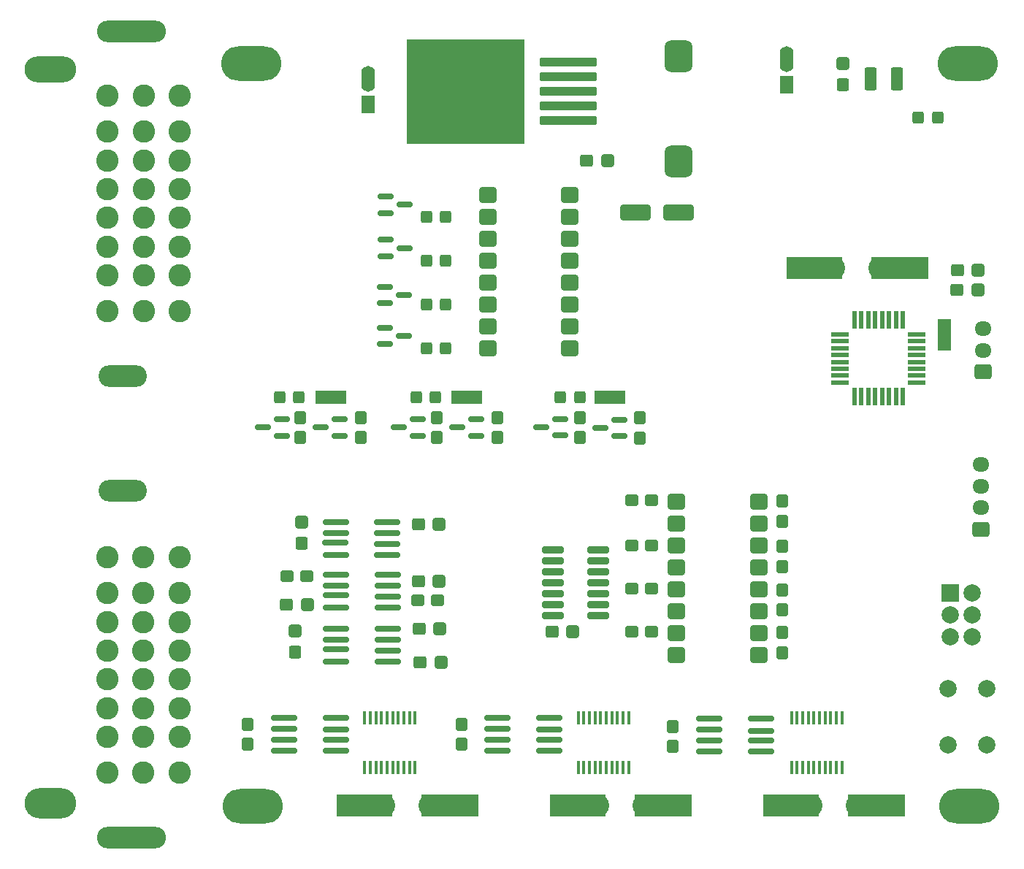
<source format=gbr>
%TF.GenerationSoftware,KiCad,Pcbnew,9.0.2*%
%TF.CreationDate,2025-09-23T15:25:02+08:00*%
%TF.ProjectId,VCU V3.2,56435520-5633-42e3-922e-6b696361645f,rev?*%
%TF.SameCoordinates,Original*%
%TF.FileFunction,Soldermask,Top*%
%TF.FilePolarity,Negative*%
%FSLAX46Y46*%
G04 Gerber Fmt 4.6, Leading zero omitted, Abs format (unit mm)*
G04 Created by KiCad (PCBNEW 9.0.2) date 2025-09-23 15:25:02*
%MOMM*%
%LPD*%
G01*
G04 APERTURE LIST*
G04 Aperture macros list*
%AMRoundRect*
0 Rectangle with rounded corners*
0 $1 Rounding radius*
0 $2 $3 $4 $5 $6 $7 $8 $9 X,Y pos of 4 corners*
0 Add a 4 corners polygon primitive as box body*
4,1,4,$2,$3,$4,$5,$6,$7,$8,$9,$2,$3,0*
0 Add four circle primitives for the rounded corners*
1,1,$1+$1,$2,$3*
1,1,$1+$1,$4,$5*
1,1,$1+$1,$6,$7*
1,1,$1+$1,$8,$9*
0 Add four rect primitives between the rounded corners*
20,1,$1+$1,$2,$3,$4,$5,0*
20,1,$1+$1,$4,$5,$6,$7,0*
20,1,$1+$1,$6,$7,$8,$9,0*
20,1,$1+$1,$8,$9,$2,$3,0*%
G04 Aperture macros list end*
%ADD10C,0.100000*%
%ADD11C,2.400000*%
%ADD12R,6.551563X2.500000*%
%ADD13R,6.645000X2.500000*%
%ADD14C,2.000000*%
%ADD15R,1.000000X1.500000*%
%ADD16RoundRect,0.150000X1.350000X0.150000X-1.350000X0.150000X-1.350000X-0.150000X1.350000X-0.150000X0*%
%ADD17RoundRect,0.150000X1.337500X0.150000X-1.337500X0.150000X-1.337500X-0.150000X1.337500X-0.150000X0*%
%ADD18O,7.000000X4.000000*%
%ADD19RoundRect,0.305575X0.412525X-0.460025X0.412525X0.460025X-0.412525X0.460025X-0.412525X-0.460025X0*%
%ADD20RoundRect,0.308511X0.416489X-0.457089X0.416489X0.457089X-0.416489X0.457089X-0.416489X-0.457089X0*%
%ADD21RoundRect,0.278125X-0.389375X0.474375X-0.389375X-0.474375X0.389375X-0.474375X0.389375X0.474375X0*%
%ADD22RoundRect,0.150000X-0.750000X-0.150000X0.750000X-0.150000X0.750000X0.150000X-0.750000X0.150000X0*%
%ADD23RoundRect,0.250000X0.725000X-0.600000X0.725000X0.600000X-0.725000X0.600000X-0.725000X-0.600000X0*%
%ADD24O,1.950000X1.700000*%
%ADD25R,1.600000X2.000000*%
%ADD26O,1.600000X3.000000*%
%ADD27RoundRect,0.305575X-0.460025X-0.412525X0.460025X-0.412525X0.460025X0.412525X-0.460025X0.412525X0*%
%ADD28RoundRect,0.308511X-0.457089X-0.416489X0.457089X-0.416489X0.457089X0.416489X-0.457089X0.416489X0*%
%ADD29RoundRect,0.278125X-0.474375X-0.389375X0.474375X-0.389375X0.474375X0.389375X-0.474375X0.389375X0*%
%ADD30RoundRect,0.100000X0.100000X-0.687500X0.100000X0.687500X-0.100000X0.687500X-0.100000X-0.687500X0*%
%ADD31RoundRect,0.100000X0.099999X-0.687500X0.099999X0.687500X-0.099999X0.687500X-0.099999X-0.687500X0*%
%ADD32RoundRect,0.293478X-0.381522X-0.406522X0.381522X-0.406522X0.381522X0.406522X-0.381522X0.406522X0*%
%ADD33RoundRect,0.293478X0.381522X0.406522X-0.381522X0.406522X-0.381522X-0.406522X0.381522X-0.406522X0*%
%ADD34RoundRect,0.150000X-1.350000X-0.150000X1.350000X-0.150000X1.350000X0.150000X-1.350000X0.150000X0*%
%ADD35RoundRect,0.150000X-1.337500X-0.150000X1.337500X-0.150000X1.337500X0.150000X-1.337500X0.150000X0*%
%ADD36RoundRect,0.250000X1.500000X0.650000X-1.500000X0.650000X-1.500000X-0.650000X1.500000X-0.650000X0*%
%ADD37RoundRect,0.150000X0.750000X0.150000X-0.750000X0.150000X-0.750000X-0.150000X0.750000X-0.150000X0*%
%ADD38RoundRect,0.250000X3.075000X0.300000X-3.075000X0.300000X-3.075000X-0.300000X3.075000X-0.300000X0*%
%ADD39RoundRect,0.271279X4.828721X5.128721X-4.828721X5.128721X-4.828721X-5.128721X4.828721X-5.128721X0*%
%ADD40RoundRect,0.278125X0.474375X0.389375X-0.474375X0.389375X-0.474375X-0.389375X0.474375X-0.389375X0*%
%ADD41RoundRect,0.120600X1.111400X0.281400X-1.111400X0.281400X-1.111400X-0.281400X1.111400X-0.281400X0*%
%ADD42RoundRect,0.122100X1.109900X0.284900X-1.109900X0.284900X-1.109900X-0.284900X1.109900X-0.284900X0*%
%ADD43RoundRect,0.800000X0.800000X-1.075000X0.800000X1.075000X-0.800000X1.075000X-0.800000X-1.075000X0*%
%ADD44R,2.000000X2.000000*%
%ADD45RoundRect,0.249999X0.750001X0.640001X-0.750001X0.640001X-0.750001X-0.640001X0.750001X-0.640001X0*%
%ADD46RoundRect,0.250001X0.462499X1.074999X-0.462499X1.074999X-0.462499X-1.074999X0.462499X-1.074999X0*%
%ADD47R,0.550000X2.000000*%
%ADD48R,2.000000X0.550000*%
%ADD49R,2.000000X0.525000*%
%ADD50R,2.000000X0.575000*%
%ADD51R,0.525000X2.000000*%
%ADD52R,1.500000X1.000000*%
%ADD53O,5.600000X2.500000*%
%ADD54O,6.000000X3.500000*%
%ADD55O,8.000000X2.500000*%
%ADD56C,2.600000*%
%ADD57O,6.000000X3.000000*%
%ADD58RoundRect,0.249999X-0.750001X-0.640001X0.750001X-0.640001X0.750001X0.640001X-0.750001X0.640001X0*%
G04 APERTURE END LIST*
D10*
X135500000Y-43000000D02*
X149000000Y-43000000D01*
X149000000Y-55000000D01*
X135500000Y-55000000D01*
X135500000Y-43000000D01*
G36*
X135500000Y-43000000D02*
G01*
X149000000Y-43000000D01*
X149000000Y-55000000D01*
X135500000Y-55000000D01*
X135500000Y-43000000D01*
G37*
X137000000Y-43000000D02*
X149000000Y-43000000D01*
X149000000Y-55000000D01*
X137000000Y-55000000D01*
X137000000Y-43000000D01*
G36*
X137000000Y-43000000D02*
G01*
X149000000Y-43000000D01*
X149000000Y-55000000D01*
X137000000Y-55000000D01*
X137000000Y-43000000D01*
G37*
%TO.C,JP3*%
G36*
X127447500Y-85200000D02*
G01*
X125847500Y-85200000D01*
X125847500Y-83700000D01*
X127447500Y-83700000D01*
X127447500Y-85200000D01*
G37*
%TO.C,JP1*%
G36*
X159800000Y-85200000D02*
G01*
X158200000Y-85200000D01*
X158200000Y-83700000D01*
X159800000Y-83700000D01*
X159800000Y-85200000D01*
G37*
%TO.C,JP2*%
G36*
X143207500Y-85200000D02*
G01*
X141607500Y-85200000D01*
X141607500Y-83700000D01*
X143207500Y-83700000D01*
X143207500Y-85200000D01*
G37*
%TO.C,JP5*%
G36*
X197050000Y-78000000D02*
G01*
X198550000Y-78000000D01*
X198550000Y-76400000D01*
X197050000Y-76400000D01*
X197050000Y-78000000D01*
G37*
%TD*%
D11*
%TO.C,Y1*%
X185110000Y-69450000D03*
D12*
X182670782Y-69458238D03*
D13*
X192582500Y-69450000D03*
D11*
X190190000Y-69450000D03*
%TD*%
D14*
%TO.C,SW1*%
X202710000Y-118210000D03*
X202710000Y-124710000D03*
X198210000Y-118210000D03*
X198210000Y-124710000D03*
%TD*%
D15*
%TO.C,JP3*%
X127947500Y-84450000D03*
X126647500Y-84450000D03*
X125347500Y-84450000D03*
%TD*%
D16*
%TO.C,U15*%
X176500000Y-125535000D03*
X176500000Y-124265000D03*
D17*
X176512500Y-123130000D03*
D16*
X176500000Y-121725000D03*
X170500000Y-121725000D03*
X170500000Y-122995000D03*
X170500000Y-124265000D03*
X170500000Y-125535000D03*
%TD*%
D18*
%TO.C,H2*%
X200494000Y-45750000D03*
%TD*%
D19*
%TO.C,C15*%
X185993100Y-48215600D03*
D20*
X186000000Y-45784400D03*
%TD*%
D21*
%TO.C,R61*%
X145940000Y-86797500D03*
X145940000Y-89102500D03*
%TD*%
%TO.C,R45*%
X179000000Y-111750000D03*
X179000000Y-114055000D03*
%TD*%
D22*
%TO.C,Q1*%
X132997500Y-61188141D03*
X132997500Y-63088141D03*
X135197500Y-62138141D03*
%TD*%
D19*
%TO.C,C20*%
X123243100Y-101390600D03*
D20*
X123250000Y-98959400D03*
%TD*%
D21*
%TO.C,R67*%
X123130000Y-86797500D03*
X123130000Y-89102500D03*
%TD*%
D23*
%TO.C,J4*%
X202225000Y-81500000D03*
D24*
X202225000Y-79000000D03*
X202225000Y-76500000D03*
%TD*%
D21*
%TO.C,R46*%
X179000000Y-106768294D03*
X179000000Y-109073294D03*
%TD*%
D25*
%TO.C,C14*%
X179500000Y-48250000D03*
D26*
X179500000Y-45250000D03*
%TD*%
D21*
%TO.C,R63*%
X138940000Y-86797500D03*
X138940000Y-89102500D03*
%TD*%
D27*
%TO.C,C2*%
X199284400Y-69743100D03*
D28*
X201715600Y-69750000D03*
%TD*%
D22*
%TO.C,Q7*%
X132897500Y-76388141D03*
X132897500Y-78288141D03*
X135097500Y-77338141D03*
%TD*%
D29*
%TO.C,R43*%
X161548666Y-101607500D03*
X163853666Y-101607500D03*
%TD*%
D30*
%TO.C,U14*%
X180050000Y-127412500D03*
X180700000Y-127412500D03*
X181350000Y-127412500D03*
D31*
X182000001Y-127412500D03*
D30*
X182650000Y-127412500D03*
X183300000Y-127412500D03*
X183950000Y-127412500D03*
X184600000Y-127412500D03*
X185250000Y-127412500D03*
X185900000Y-127412500D03*
X185900000Y-121587500D03*
X185250000Y-121587500D03*
X184600000Y-121587500D03*
X183950000Y-121587500D03*
X183300000Y-121587500D03*
X182650000Y-121587500D03*
X182000000Y-121587500D03*
D31*
X181350001Y-121587500D03*
X180700001Y-121587500D03*
X180050001Y-121587500D03*
%TD*%
D11*
%TO.C,Y4*%
X182460000Y-131750000D03*
D12*
X180020782Y-131758238D03*
D13*
X189932500Y-131750000D03*
D11*
X187540000Y-131750000D03*
%TD*%
D29*
%TO.C,R41*%
X161548666Y-111607500D03*
X163853666Y-111607500D03*
%TD*%
D23*
%TO.C,J5*%
X201975000Y-99750000D03*
D24*
X201975000Y-97250000D03*
X201975000Y-94750000D03*
X201975000Y-92250000D03*
%TD*%
D27*
%TO.C,C3*%
X199250000Y-72000000D03*
D28*
X201681200Y-72006900D03*
%TD*%
D32*
%TO.C,D5*%
X137729258Y-78778141D03*
X139979258Y-78778141D03*
%TD*%
D18*
%TO.C,H3*%
X117639500Y-131856000D03*
%TD*%
D22*
%TO.C,Q5*%
X132897500Y-71638141D03*
X132897500Y-73538141D03*
X135097500Y-72588141D03*
%TD*%
D33*
%TO.C,D9*%
X197000000Y-52000000D03*
X194750000Y-52000000D03*
%TD*%
D21*
%TO.C,R65*%
X130130000Y-86797500D03*
X130130000Y-89102500D03*
%TD*%
D11*
%TO.C,Y2*%
X157710000Y-131750000D03*
D12*
X155270782Y-131758238D03*
D13*
X165182500Y-131750000D03*
D11*
X162790000Y-131750000D03*
%TD*%
D34*
%TO.C,U6*%
X127212405Y-98885000D03*
X127212405Y-100155000D03*
D35*
X127199905Y-101290000D03*
D34*
X127212405Y-102695000D03*
X133212405Y-102695000D03*
X133212405Y-101425000D03*
X133212405Y-100155000D03*
X133212405Y-98885000D03*
%TD*%
D16*
%TO.C,U5*%
X152000000Y-125405000D03*
X152000000Y-124135000D03*
D17*
X152012500Y-123000000D03*
D16*
X152000000Y-121595000D03*
X146000000Y-121595000D03*
X146000000Y-122865000D03*
X146000000Y-124135000D03*
X146000000Y-125405000D03*
%TD*%
D32*
%TO.C,D6*%
X153250000Y-84450000D03*
X155500000Y-84450000D03*
%TD*%
D36*
%TO.C,D1*%
X167000000Y-63000000D03*
X162000000Y-63000000D03*
%TD*%
D37*
%TO.C,Q13*%
X127697500Y-88900000D03*
X127697500Y-87000000D03*
X125497500Y-87950000D03*
%TD*%
D27*
%TO.C,C21*%
X136784400Y-99168100D03*
D28*
X139215600Y-99175000D03*
%TD*%
D38*
%TO.C,U2*%
X154175000Y-52400000D03*
X154175000Y-50700000D03*
X154175000Y-49000000D03*
D39*
X143600000Y-49000000D03*
D38*
X154175000Y-47300000D03*
X154175000Y-45600000D03*
%TD*%
D32*
%TO.C,D4*%
X137729258Y-73698141D03*
X139979258Y-73698141D03*
%TD*%
D22*
%TO.C,Q3*%
X132997500Y-66188141D03*
X132997500Y-68088141D03*
X135197500Y-67138141D03*
%TD*%
D15*
%TO.C,JP1*%
X160300000Y-84450000D03*
X159000000Y-84450000D03*
X157700000Y-84450000D03*
%TD*%
D40*
%TO.C,R28*%
X123902500Y-105187500D03*
X121597500Y-105187500D03*
%TD*%
D27*
%TO.C,C31*%
X137021900Y-115148100D03*
D28*
X139453100Y-115155000D03*
%TD*%
D16*
%TO.C,U9*%
X127237500Y-125405000D03*
X127237500Y-124135000D03*
D17*
X127250000Y-123000000D03*
D16*
X127237500Y-121595000D03*
X121237500Y-121595000D03*
X121237500Y-122865000D03*
X121237500Y-124135000D03*
X121237500Y-125405000D03*
%TD*%
D41*
%TO.C,U10*%
X157620000Y-109770000D03*
X157620000Y-108500000D03*
X157620000Y-107230000D03*
X157620000Y-105960000D03*
X157620000Y-104690000D03*
X157620000Y-103420000D03*
X157620000Y-102150000D03*
X152380000Y-102150000D03*
D42*
X152380000Y-103415000D03*
D41*
X152380000Y-104690000D03*
X152380000Y-105960000D03*
X152380000Y-107230000D03*
X152380000Y-108500000D03*
X152380000Y-109770000D03*
%TD*%
D43*
%TO.C,L1*%
X167000000Y-57125000D03*
X167000000Y-44875000D03*
%TD*%
D44*
%TO.C,J3*%
X198460000Y-107170000D03*
D14*
X201000000Y-107170000D03*
X198460000Y-109710000D03*
X201000000Y-109710000D03*
X198460000Y-112250000D03*
X201000000Y-112250000D03*
%TD*%
D45*
%TO.C,U12*%
X154362500Y-78778141D03*
X154362500Y-76238141D03*
X154362500Y-73698141D03*
X154362500Y-71158141D03*
X154362500Y-68618141D03*
X154362500Y-66078141D03*
X154362500Y-63538141D03*
X154362500Y-60998141D03*
X144832500Y-60998141D03*
X144832500Y-63538141D03*
X144832500Y-66078141D03*
X144832500Y-68618141D03*
X144832500Y-71158141D03*
X144832500Y-73698141D03*
X144832500Y-76238141D03*
X144832500Y-78778141D03*
%TD*%
D27*
%TO.C,C10*%
X156284400Y-56993100D03*
D28*
X158715600Y-57000000D03*
%TD*%
D37*
%TO.C,Q9*%
X160100000Y-88950000D03*
X160100000Y-87050000D03*
X157900000Y-88000000D03*
%TD*%
D46*
%TO.C,F1*%
X192237500Y-47500000D03*
X189262500Y-47500000D03*
%TD*%
D30*
%TO.C,U8*%
X130575000Y-127412500D03*
X131225000Y-127412500D03*
X131875000Y-127412500D03*
D31*
X132525001Y-127412500D03*
D30*
X133175000Y-127412500D03*
X133825000Y-127412500D03*
X134475000Y-127412500D03*
X135125000Y-127412500D03*
X135775000Y-127412500D03*
X136425000Y-127412500D03*
X136425000Y-121587500D03*
X135775000Y-121587500D03*
X135125000Y-121587500D03*
X134475000Y-121587500D03*
X133825000Y-121587500D03*
X133175000Y-121587500D03*
X132525000Y-121587500D03*
D31*
X131875001Y-121587500D03*
X131225001Y-121587500D03*
X130575001Y-121587500D03*
%TD*%
D11*
%TO.C,Y3*%
X132960000Y-131750000D03*
D12*
X130520782Y-131758238D03*
D13*
X140432500Y-131750000D03*
D11*
X138040000Y-131750000D03*
%TD*%
D27*
%TO.C,C23*%
X121534400Y-108493100D03*
D28*
X123965600Y-108500000D03*
%TD*%
D37*
%TO.C,Q14*%
X120947500Y-88900000D03*
X120947500Y-87000000D03*
X118747500Y-87950000D03*
%TD*%
D32*
%TO.C,D8*%
X120722500Y-84450000D03*
X122972500Y-84450000D03*
%TD*%
D18*
%TO.C,H4*%
X200697000Y-131856000D03*
%TD*%
D25*
%TO.C,C8*%
X131000000Y-50500000D03*
D26*
X131000000Y-47500000D03*
%TD*%
D21*
%TO.C,R47*%
X179000000Y-101750000D03*
X179000000Y-104055000D03*
%TD*%
D19*
%TO.C,C30*%
X122493100Y-113965600D03*
D20*
X122500000Y-111534400D03*
%TD*%
D21*
%TO.C,R57*%
X162442500Y-86847500D03*
X162442500Y-89152500D03*
%TD*%
D15*
%TO.C,JP2*%
X143707500Y-84450000D03*
X142407500Y-84450000D03*
X141107500Y-84450000D03*
%TD*%
D40*
%TO.C,R29*%
X139055000Y-108000000D03*
X136750000Y-108000000D03*
%TD*%
D29*
%TO.C,R42*%
X161548666Y-106607500D03*
X163853666Y-106607500D03*
%TD*%
D32*
%TO.C,D7*%
X136532500Y-84450000D03*
X138782500Y-84450000D03*
%TD*%
D21*
%TO.C,R48*%
X179000000Y-96500000D03*
X179000000Y-98805000D03*
%TD*%
%TO.C,R23*%
X141782500Y-122347500D03*
X141782500Y-124652500D03*
%TD*%
D34*
%TO.C,U13*%
X127250000Y-111250000D03*
X127250000Y-112520000D03*
D35*
X127237500Y-113655000D03*
D34*
X127250000Y-115060000D03*
X133250000Y-115060000D03*
X133250000Y-113790000D03*
X133250000Y-112520000D03*
X133250000Y-111250000D03*
%TD*%
D27*
%TO.C,C32*%
X136870600Y-111250000D03*
D28*
X139301800Y-111256900D03*
%TD*%
D29*
%TO.C,R44*%
X161548666Y-96357500D03*
X163853666Y-96357500D03*
%TD*%
D47*
%TO.C,U1*%
X192950000Y-75500000D03*
X192150000Y-75500000D03*
X191350000Y-75500000D03*
X190550000Y-75500000D03*
X189750000Y-75500000D03*
X188950000Y-75500000D03*
X188150000Y-75500000D03*
X187350000Y-75500000D03*
D48*
X185700000Y-77150000D03*
D49*
X185700000Y-77937500D03*
D50*
X185700000Y-78762500D03*
D48*
X185700000Y-79550000D03*
X185700000Y-80350000D03*
X185700000Y-81150000D03*
X185700000Y-81950000D03*
X185700000Y-82750000D03*
D47*
X187350000Y-84400000D03*
X188150000Y-84400000D03*
X188950000Y-84400000D03*
D51*
X189762500Y-84400000D03*
D47*
X190550000Y-84400000D03*
X191350000Y-84400000D03*
X192150000Y-84400000D03*
X192950000Y-84400000D03*
D48*
X194600000Y-82750000D03*
X194600000Y-81950000D03*
X194600000Y-81150000D03*
X194600000Y-80350000D03*
X194600000Y-79550000D03*
X194600000Y-78750000D03*
X194600000Y-77950000D03*
X194600000Y-77150000D03*
%TD*%
D52*
%TO.C,JP5*%
X197800000Y-78500000D03*
X197800000Y-77200000D03*
X197800000Y-75900000D03*
%TD*%
D37*
%TO.C,Q10*%
X153235000Y-88850000D03*
X153235000Y-86950000D03*
X151035000Y-87900000D03*
%TD*%
%TO.C,Q11*%
X143507500Y-88900000D03*
X143507500Y-87000000D03*
X141307500Y-87950000D03*
%TD*%
D30*
%TO.C,U4*%
X155325000Y-127412500D03*
X155975000Y-127412500D03*
X156625000Y-127412500D03*
D31*
X157275001Y-127412500D03*
D30*
X157925000Y-127412500D03*
X158575000Y-127412500D03*
X159225000Y-127412500D03*
X159875000Y-127412500D03*
X160525000Y-127412500D03*
X161175000Y-127412500D03*
X161175000Y-121587500D03*
X160525000Y-121587500D03*
X159875000Y-121587500D03*
X159225000Y-121587500D03*
X158575000Y-121587500D03*
X157925000Y-121587500D03*
X157275000Y-121587500D03*
D31*
X156625001Y-121587500D03*
X155975001Y-121587500D03*
X155325001Y-121587500D03*
%TD*%
D53*
%TO.C,J2*%
X102532800Y-95293000D03*
D54*
X94132800Y-131493000D03*
D55*
X103532800Y-135493000D03*
D56*
X109132800Y-103018000D03*
X109132800Y-107168000D03*
X109132800Y-110498000D03*
X109132800Y-113828000D03*
X109132800Y-117133000D03*
X109132800Y-120488000D03*
X109132800Y-123818000D03*
X109132800Y-127968000D03*
X104932800Y-103018000D03*
X104932800Y-107168000D03*
X104932800Y-110498000D03*
X104932800Y-113828000D03*
X104932800Y-117133000D03*
X104932800Y-120488000D03*
X104932800Y-123818000D03*
X104932800Y-127968000D03*
X100732800Y-103018000D03*
X100732800Y-107168000D03*
X100732800Y-110498000D03*
X100732800Y-113828000D03*
X100732800Y-117133000D03*
X100732800Y-120488000D03*
X100732800Y-123818000D03*
X100732800Y-127968000D03*
%TD*%
D34*
%TO.C,U7*%
X127250000Y-105000000D03*
X127250000Y-106270000D03*
D35*
X127237500Y-107405000D03*
D34*
X127250000Y-108810000D03*
X133250000Y-108810000D03*
X133250000Y-107540000D03*
X133250000Y-106270000D03*
X133250000Y-105000000D03*
%TD*%
D27*
%TO.C,C24*%
X136784400Y-105743100D03*
D28*
X139215600Y-105750000D03*
%TD*%
D27*
%TO.C,CA5*%
X152284400Y-111634151D03*
D28*
X154715600Y-111641051D03*
%TD*%
D18*
%TO.C,H1*%
X117468000Y-45750000D03*
%TD*%
D21*
%TO.C,R59*%
X155517500Y-86797500D03*
X155517500Y-89102500D03*
%TD*%
D37*
%TO.C,Q12*%
X136757500Y-88900000D03*
X136757500Y-87000000D03*
X134557500Y-87950000D03*
%TD*%
D21*
%TO.C,R32*%
X117032500Y-122347500D03*
X117032500Y-124652500D03*
%TD*%
D55*
%TO.C,J1*%
X103567600Y-42024000D03*
D57*
X94167600Y-46424000D03*
D53*
X102567600Y-82024000D03*
D56*
X109167600Y-49499000D03*
X109167600Y-53649000D03*
X109167600Y-56979000D03*
X109167600Y-60309000D03*
X109167600Y-63614000D03*
X109167600Y-66969000D03*
X109167600Y-70299000D03*
X109167600Y-74449000D03*
X104967600Y-49499000D03*
X104967600Y-53649000D03*
X104967600Y-56979000D03*
X104967600Y-60309000D03*
X104967600Y-63614000D03*
X104967600Y-66969000D03*
X104967600Y-70299000D03*
X104967600Y-74449000D03*
X100767600Y-49499000D03*
X100767600Y-53649000D03*
X100767600Y-56979000D03*
X100767600Y-60309000D03*
X100767600Y-63614000D03*
X100767600Y-66969000D03*
X100767600Y-70299000D03*
X100767600Y-74449000D03*
%TD*%
D21*
%TO.C,R73*%
X166282500Y-122597500D03*
X166282500Y-124902500D03*
%TD*%
D58*
%TO.C,U11*%
X166720000Y-96555000D03*
X166720000Y-99095000D03*
X166720000Y-101635000D03*
X166720000Y-104175000D03*
X166720000Y-106715000D03*
X166720000Y-109255000D03*
X166720000Y-111795000D03*
X166720000Y-114335000D03*
X176250000Y-114335000D03*
X176250000Y-111795000D03*
X176250000Y-109255000D03*
X176250000Y-106715000D03*
X176250000Y-104175000D03*
X176250000Y-101635000D03*
X176250000Y-99095000D03*
X176250000Y-96555000D03*
%TD*%
D32*
%TO.C,D2*%
X137729258Y-63538141D03*
X139979258Y-63538141D03*
%TD*%
%TO.C,D3*%
X137729258Y-68618141D03*
X139979258Y-68618141D03*
%TD*%
M02*

</source>
